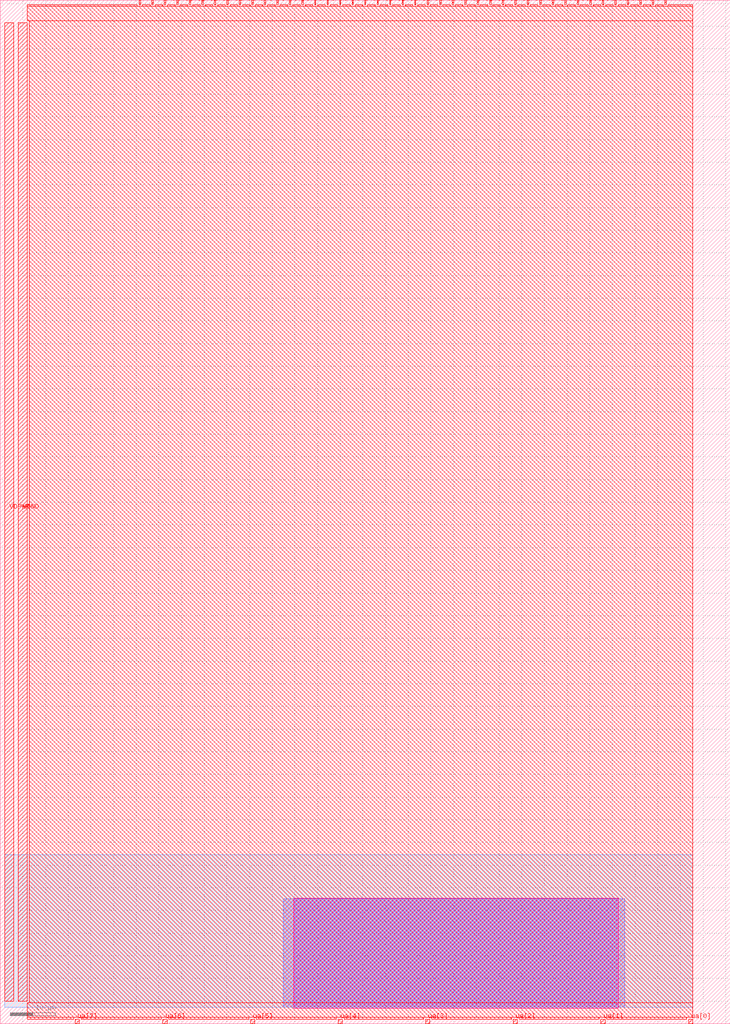
<source format=lef>
VERSION 5.7 ;
  NOWIREEXTENSIONATPIN ON ;
  DIVIDERCHAR "/" ;
  BUSBITCHARS "[]" ;
MACRO tt_um_Onchip_VCOx2
  CLASS BLOCK ;
  FOREIGN tt_um_Onchip_VCOx2 ;
  ORIGIN 0.000 0.000 ;
  SIZE 161.000 BY 225.760 ;
  PIN clk
    PORT
      LAYER met4 ;
        RECT 143.830 224.760 144.130 225.760 ;
    END
  END clk
  PIN ena
    PORT
      LAYER met4 ;
        RECT 146.590 224.760 146.890 225.760 ;
    END
  END ena
  PIN rst_n
    PORT
      LAYER met4 ;
        RECT 141.070 224.760 141.370 225.760 ;
    END
  END rst_n
  PIN ua[0]
    ANTENNADIFFAREA 1.800000 ;
    PORT
      LAYER met4 ;
        RECT 151.810 0.000 152.710 1.000 ;
    END
  END ua[0]
  PIN ua[2]
    ANTENNAGATEAREA 2.100000 ;
    PORT
      LAYER met4 ;
        RECT 113.170 0.000 114.070 1.000 ;
    END
  END ua[2]
  PIN ua[3]
    ANTENNADIFFAREA 1.800000 ;
    PORT
      LAYER met4 ;
        RECT 93.850 0.000 94.750 1.000 ;
    END
  END ua[3]
  PIN ua[4]
    ANTENNAGATEAREA 4.200000 ;
    PORT
      LAYER met4 ;
        RECT 74.530 0.000 75.430 1.000 ;
    END
  END ua[4]
  PIN ua[5]
    ANTENNAGATEAREA 2.100000 ;
    PORT
      LAYER met4 ;
        RECT 55.210 0.000 56.110 1.000 ;
    END
  END ua[5]
  PIN ua[6]
    PORT
      LAYER met4 ;
        RECT 35.890 0.000 36.790 1.000 ;
    END
  END ua[6]
  PIN ua[7]
    PORT
      LAYER met4 ;
        RECT 16.570 0.000 17.470 1.000 ;
    END
  END ua[7]
  PIN ui_in[0]
    PORT
      LAYER met4 ;
        RECT 138.310 224.760 138.610 225.760 ;
    END
  END ui_in[0]
  PIN ui_in[1]
    PORT
      LAYER met4 ;
        RECT 135.550 224.760 135.850 225.760 ;
    END
  END ui_in[1]
  PIN ui_in[2]
    PORT
      LAYER met4 ;
        RECT 132.790 224.760 133.090 225.760 ;
    END
  END ui_in[2]
  PIN ui_in[3]
    PORT
      LAYER met4 ;
        RECT 130.030 224.760 130.330 225.760 ;
    END
  END ui_in[3]
  PIN ui_in[4]
    PORT
      LAYER met4 ;
        RECT 127.270 224.760 127.570 225.760 ;
    END
  END ui_in[4]
  PIN ui_in[5]
    PORT
      LAYER met4 ;
        RECT 124.510 224.760 124.810 225.760 ;
    END
  END ui_in[5]
  PIN ui_in[6]
    PORT
      LAYER met4 ;
        RECT 121.750 224.760 122.050 225.760 ;
    END
  END ui_in[6]
  PIN ui_in[7]
    PORT
      LAYER met4 ;
        RECT 118.990 224.760 119.290 225.760 ;
    END
  END ui_in[7]
  PIN uio_in[0]
    PORT
      LAYER met4 ;
        RECT 116.230 224.760 116.530 225.760 ;
    END
  END uio_in[0]
  PIN uio_in[1]
    PORT
      LAYER met4 ;
        RECT 113.470 224.760 113.770 225.760 ;
    END
  END uio_in[1]
  PIN uio_in[2]
    PORT
      LAYER met4 ;
        RECT 110.710 224.760 111.010 225.760 ;
    END
  END uio_in[2]
  PIN uio_in[3]
    PORT
      LAYER met4 ;
        RECT 107.950 224.760 108.250 225.760 ;
    END
  END uio_in[3]
  PIN uio_in[4]
    PORT
      LAYER met4 ;
        RECT 105.190 224.760 105.490 225.760 ;
    END
  END uio_in[4]
  PIN uio_in[5]
    PORT
      LAYER met4 ;
        RECT 102.430 224.760 102.730 225.760 ;
    END
  END uio_in[5]
  PIN uio_in[6]
    PORT
      LAYER met4 ;
        RECT 99.670 224.760 99.970 225.760 ;
    END
  END uio_in[6]
  PIN uio_in[7]
    PORT
      LAYER met4 ;
        RECT 96.910 224.760 97.210 225.760 ;
    END
  END uio_in[7]
  PIN uio_oe[0]
    ANTENNAGATEAREA 18.900000 ;
    ANTENNADIFFAREA 32.911999 ;
    PORT
      LAYER met4 ;
        RECT 49.990 224.760 50.290 225.760 ;
    END
  END uio_oe[0]
  PIN uio_oe[1]
    ANTENNAGATEAREA 18.900000 ;
    ANTENNADIFFAREA 32.911999 ;
    PORT
      LAYER met4 ;
        RECT 47.230 224.760 47.530 225.760 ;
    END
  END uio_oe[1]
  PIN uio_oe[2]
    ANTENNAGATEAREA 18.900000 ;
    ANTENNADIFFAREA 32.911999 ;
    PORT
      LAYER met4 ;
        RECT 44.470 224.760 44.770 225.760 ;
    END
  END uio_oe[2]
  PIN uio_oe[3]
    ANTENNAGATEAREA 18.900000 ;
    ANTENNADIFFAREA 32.911999 ;
    PORT
      LAYER met4 ;
        RECT 41.710 224.760 42.010 225.760 ;
    END
  END uio_oe[3]
  PIN uio_oe[4]
    ANTENNAGATEAREA 18.900000 ;
    ANTENNADIFFAREA 32.911999 ;
    PORT
      LAYER met4 ;
        RECT 38.950 224.760 39.250 225.760 ;
    END
  END uio_oe[4]
  PIN uio_oe[5]
    ANTENNAGATEAREA 18.900000 ;
    ANTENNADIFFAREA 32.911999 ;
    PORT
      LAYER met4 ;
        RECT 36.190 224.760 36.490 225.760 ;
    END
  END uio_oe[5]
  PIN uio_oe[6]
    ANTENNAGATEAREA 18.900000 ;
    ANTENNADIFFAREA 32.911999 ;
    PORT
      LAYER met4 ;
        RECT 33.430 224.760 33.730 225.760 ;
    END
  END uio_oe[6]
  PIN uio_oe[7]
    ANTENNAGATEAREA 18.900000 ;
    ANTENNADIFFAREA 32.911999 ;
    PORT
      LAYER met4 ;
        RECT 30.670 224.760 30.970 225.760 ;
    END
  END uio_oe[7]
  PIN uio_out[0]
    ANTENNAGATEAREA 18.900000 ;
    ANTENNADIFFAREA 32.911999 ;
    PORT
      LAYER met4 ;
        RECT 72.070 224.760 72.370 225.760 ;
    END
  END uio_out[0]
  PIN uio_out[1]
    ANTENNAGATEAREA 18.900000 ;
    ANTENNADIFFAREA 32.911999 ;
    PORT
      LAYER met4 ;
        RECT 69.310 224.760 69.610 225.760 ;
    END
  END uio_out[1]
  PIN uio_out[2]
    ANTENNAGATEAREA 18.900000 ;
    ANTENNADIFFAREA 32.911999 ;
    PORT
      LAYER met4 ;
        RECT 66.550 224.760 66.850 225.760 ;
    END
  END uio_out[2]
  PIN uio_out[3]
    ANTENNAGATEAREA 18.900000 ;
    ANTENNADIFFAREA 32.911999 ;
    PORT
      LAYER met4 ;
        RECT 63.790 224.760 64.090 225.760 ;
    END
  END uio_out[3]
  PIN uio_out[4]
    ANTENNAGATEAREA 18.900000 ;
    ANTENNADIFFAREA 32.911999 ;
    PORT
      LAYER met4 ;
        RECT 61.030 224.760 61.330 225.760 ;
    END
  END uio_out[4]
  PIN uio_out[5]
    ANTENNAGATEAREA 18.900000 ;
    ANTENNADIFFAREA 32.911999 ;
    PORT
      LAYER met4 ;
        RECT 58.270 224.760 58.570 225.760 ;
    END
  END uio_out[5]
  PIN uio_out[6]
    ANTENNAGATEAREA 18.900000 ;
    ANTENNADIFFAREA 32.911999 ;
    PORT
      LAYER met4 ;
        RECT 55.510 224.760 55.810 225.760 ;
    END
  END uio_out[6]
  PIN uio_out[7]
    ANTENNAGATEAREA 18.900000 ;
    ANTENNADIFFAREA 32.911999 ;
    PORT
      LAYER met4 ;
        RECT 52.750 224.760 53.050 225.760 ;
    END
  END uio_out[7]
  PIN uo_out[0]
    ANTENNAGATEAREA 18.900000 ;
    ANTENNADIFFAREA 32.911999 ;
    PORT
      LAYER met4 ;
        RECT 94.150 224.760 94.450 225.760 ;
    END
  END uo_out[0]
  PIN uo_out[1]
    ANTENNAGATEAREA 18.900000 ;
    ANTENNADIFFAREA 32.911999 ;
    PORT
      LAYER met4 ;
        RECT 91.390 224.760 91.690 225.760 ;
    END
  END uo_out[1]
  PIN uo_out[2]
    ANTENNAGATEAREA 18.900000 ;
    ANTENNADIFFAREA 32.911999 ;
    PORT
      LAYER met4 ;
        RECT 88.630 224.760 88.930 225.760 ;
    END
  END uo_out[2]
  PIN uo_out[3]
    ANTENNAGATEAREA 18.900000 ;
    ANTENNADIFFAREA 32.911999 ;
    PORT
      LAYER met4 ;
        RECT 85.870 224.760 86.170 225.760 ;
    END
  END uo_out[3]
  PIN uo_out[4]
    ANTENNAGATEAREA 18.900000 ;
    ANTENNADIFFAREA 32.911999 ;
    PORT
      LAYER met4 ;
        RECT 83.110 224.760 83.410 225.760 ;
    END
  END uo_out[4]
  PIN uo_out[5]
    ANTENNAGATEAREA 18.900000 ;
    ANTENNADIFFAREA 32.911999 ;
    PORT
      LAYER met4 ;
        RECT 80.350 224.760 80.650 225.760 ;
    END
  END uo_out[5]
  PIN uo_out[6]
    ANTENNAGATEAREA 18.900000 ;
    ANTENNADIFFAREA 32.911999 ;
    PORT
      LAYER met4 ;
        RECT 77.590 224.760 77.890 225.760 ;
    END
  END uo_out[6]
  PIN uo_out[7]
    ANTENNAGATEAREA 18.900000 ;
    ANTENNADIFFAREA 32.911999 ;
    PORT
      LAYER met4 ;
        RECT 74.830 224.760 75.130 225.760 ;
    END
  END uo_out[7]
  PIN VDPWR
    USE POWER ;
    ANTENNAGATEAREA 30.799999 ;
    ANTENNADIFFAREA 49.711998 ;
    PORT
      LAYER met4 ;
        RECT 1.000 5.000 3.000 220.760 ;
    END
  END VDPWR
  PIN VGND
    USE GROUND ;
    PORT
      LAYER met4 ;
        RECT 4.000 5.000 6.000 220.760 ;
    END
  END VGND
  PIN ua[1]
    ANTENNAGATEAREA 4.200000 ;
    PORT
      LAYER met4 ;
        RECT 132.490 0.000 133.390 1.000 ;
    END
  END ua[1]
  OBS
      LAYER nwell ;
        RECT 64.705 3.405 136.345 27.725 ;
      LAYER li1 ;
        RECT 64.980 3.585 135.975 27.545 ;
      LAYER met1 ;
        RECT 62.465 3.585 137.745 27.545 ;
      LAYER met2 ;
        RECT 62.465 3.585 137.745 27.545 ;
      LAYER met3 ;
        RECT 1.000 3.585 152.710 37.250 ;
      LAYER met4 ;
        RECT 6.000 224.360 30.270 224.760 ;
        RECT 31.370 224.360 33.030 224.760 ;
        RECT 34.130 224.360 35.790 224.760 ;
        RECT 36.890 224.360 38.550 224.760 ;
        RECT 39.650 224.360 41.310 224.760 ;
        RECT 42.410 224.360 44.070 224.760 ;
        RECT 45.170 224.360 46.830 224.760 ;
        RECT 47.930 224.360 49.590 224.760 ;
        RECT 50.690 224.360 52.350 224.760 ;
        RECT 53.450 224.360 55.110 224.760 ;
        RECT 56.210 224.360 57.870 224.760 ;
        RECT 58.970 224.360 60.630 224.760 ;
        RECT 61.730 224.360 63.390 224.760 ;
        RECT 64.490 224.360 66.150 224.760 ;
        RECT 67.250 224.360 68.910 224.760 ;
        RECT 70.010 224.360 71.670 224.760 ;
        RECT 72.770 224.360 74.430 224.760 ;
        RECT 75.530 224.360 77.190 224.760 ;
        RECT 78.290 224.360 79.950 224.760 ;
        RECT 81.050 224.360 82.710 224.760 ;
        RECT 83.810 224.360 85.470 224.760 ;
        RECT 86.570 224.360 88.230 224.760 ;
        RECT 89.330 224.360 90.990 224.760 ;
        RECT 92.090 224.360 93.750 224.760 ;
        RECT 94.850 224.360 96.510 224.760 ;
        RECT 97.610 224.360 99.270 224.760 ;
        RECT 100.370 224.360 102.030 224.760 ;
        RECT 103.130 224.360 104.790 224.760 ;
        RECT 105.890 224.360 107.550 224.760 ;
        RECT 108.650 224.360 110.310 224.760 ;
        RECT 111.410 224.360 113.070 224.760 ;
        RECT 114.170 224.360 115.830 224.760 ;
        RECT 116.930 224.360 118.590 224.760 ;
        RECT 119.690 224.360 121.350 224.760 ;
        RECT 122.450 224.360 124.110 224.760 ;
        RECT 125.210 224.360 126.870 224.760 ;
        RECT 127.970 224.360 129.630 224.760 ;
        RECT 130.730 224.360 132.390 224.760 ;
        RECT 133.490 224.360 135.150 224.760 ;
        RECT 136.250 224.360 137.910 224.760 ;
        RECT 139.010 224.360 140.670 224.760 ;
        RECT 141.770 224.360 143.430 224.760 ;
        RECT 144.530 224.360 146.190 224.760 ;
        RECT 147.290 224.360 152.710 224.760 ;
        RECT 6.000 221.160 152.710 224.360 ;
        RECT 6.400 4.600 152.710 221.160 ;
        RECT 6.000 1.400 152.710 4.600 ;
        RECT 6.000 1.000 16.170 1.400 ;
        RECT 17.870 1.000 35.490 1.400 ;
        RECT 37.190 1.000 54.810 1.400 ;
        RECT 56.510 1.000 74.130 1.400 ;
        RECT 75.830 1.000 93.450 1.400 ;
        RECT 95.150 1.000 112.770 1.400 ;
        RECT 114.470 1.000 132.090 1.400 ;
        RECT 133.790 1.000 151.410 1.400 ;
  END
END tt_um_Onchip_VCOx2
END LIBRARY


</source>
